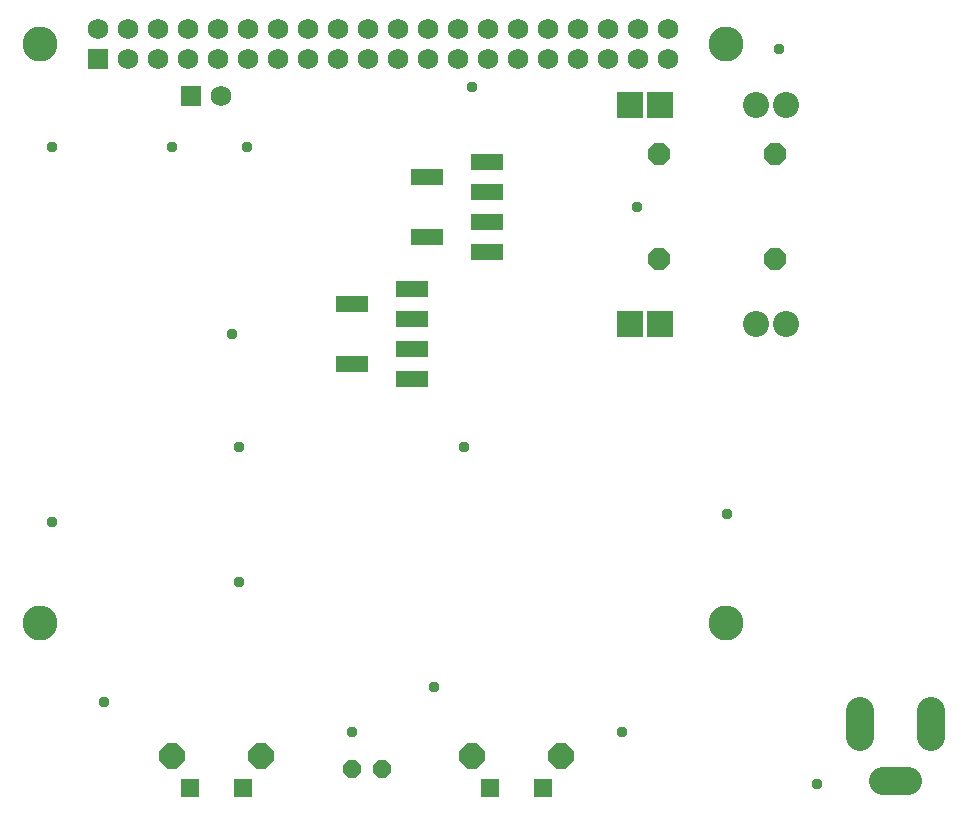
<source format=gbr>
G04 EAGLE Gerber RS-274X export*
G75*
%MOMM*%
%FSLAX34Y34*%
%LPD*%
%INSoldermask Bottom*%
%IPPOS*%
%AMOC8*
5,1,8,0,0,1.08239X$1,22.5*%
G01*
%ADD10C,2.953200*%
%ADD11R,1.727200X1.727200*%
%ADD12C,1.727200*%
%ADD13R,1.611200X1.611200*%
%ADD14P,2.330602X8X22.500000*%
%ADD15C,2.387600*%
%ADD16P,1.649562X8X202.500000*%
%ADD17C,2.203200*%
%ADD18R,2.203200X2.203200*%
%ADD19R,2.743200X1.473200*%
%ADD20P,1.951982X8X22.500000*%
%ADD21C,0.959600*%


D10*
X35000Y174700D03*
X615000Y174700D03*
X35000Y664700D03*
X615000Y664700D03*
D11*
X83700Y652000D03*
D12*
X83566Y677418D03*
X108966Y652018D03*
X108966Y677418D03*
X134366Y652018D03*
X134366Y677418D03*
X159766Y652018D03*
X159766Y677418D03*
X185166Y652018D03*
X185166Y677418D03*
X210566Y652018D03*
X210566Y677418D03*
X235966Y652018D03*
X235966Y677418D03*
X261366Y652018D03*
X261366Y677418D03*
X286766Y652018D03*
X286766Y677418D03*
X312166Y652018D03*
X312166Y677418D03*
X337566Y652018D03*
X337566Y677418D03*
X362966Y652018D03*
X362966Y677418D03*
X388366Y652018D03*
X388366Y677418D03*
X413766Y652018D03*
X413766Y677418D03*
X439166Y652018D03*
X439166Y677418D03*
X464566Y652018D03*
X464566Y677418D03*
X489966Y652018D03*
X489966Y677418D03*
X515366Y652018D03*
X515366Y677418D03*
X540766Y652018D03*
X540766Y677418D03*
X566166Y652018D03*
X566166Y677418D03*
D13*
X415650Y34925D03*
X460650Y34925D03*
D14*
X475650Y62425D03*
X400650Y62425D03*
D13*
X161650Y34925D03*
X206650Y34925D03*
D14*
X221650Y62425D03*
X146650Y62425D03*
D11*
X162550Y621250D03*
D12*
X187950Y621250D03*
D15*
X747903Y40900D02*
X769747Y40900D01*
X788825Y77978D02*
X788825Y99822D01*
X728825Y99822D02*
X728825Y77978D01*
D16*
X323850Y50800D03*
X298450Y50800D03*
D17*
X666115Y427990D03*
D18*
X534035Y427990D03*
D17*
X666115Y613410D03*
X640715Y427990D03*
X640715Y613410D03*
D18*
X559435Y427990D03*
X534035Y613410D03*
X559435Y613410D03*
D19*
X349250Y381000D03*
X349250Y406400D03*
X298450Y393700D03*
X298450Y444500D03*
X349250Y431800D03*
X349250Y457200D03*
X412750Y565150D03*
X412750Y539750D03*
X361950Y501650D03*
X361950Y552450D03*
X412750Y514350D03*
X412750Y488950D03*
D20*
X657225Y571500D03*
X657225Y482600D03*
X558800Y571500D03*
X558800Y482600D03*
D21*
X692150Y38100D03*
X527050Y82550D03*
X368300Y120650D03*
X298450Y82550D03*
X88900Y107950D03*
X44450Y260350D03*
X203200Y323850D03*
X203200Y209550D03*
X393700Y323850D03*
X615950Y266700D03*
X539750Y527050D03*
X660400Y660400D03*
X400050Y628650D03*
X196850Y419100D03*
X44450Y577850D03*
X146050Y577850D03*
X209550Y577850D03*
M02*

</source>
